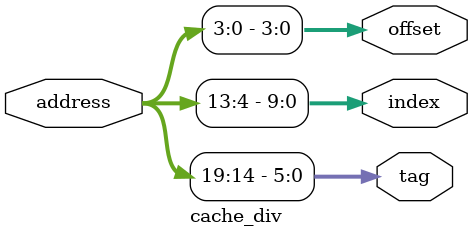
<source format=v>
module cache_div #(
    	parameter address_bit = 20, //size of the addressess
    	parameter tag_bit = 6, //size of the tag
    	parameter index_bit = 10, //size of the index
    	parameter offset_bit = 4 //size of the offset
    	)(input [(tag_bit + index_bit + offset_bit - 1):0] address,
   	 output [(tag_bit - 1):0] tag,
    	output [(index_bit - 1):0] index,
    	output [(offset_bit - 1):0] offset
    	);

    	assign tag = address[(tag_bit + index_bit + offset_bit - 1):(index_bit + offset_bit)];
    	assign index = address[(index_bit + offset_bit - 1 ):offset_bit];
    	assign offset = address[(offset_bit - 1):0];

endmodule

</source>
